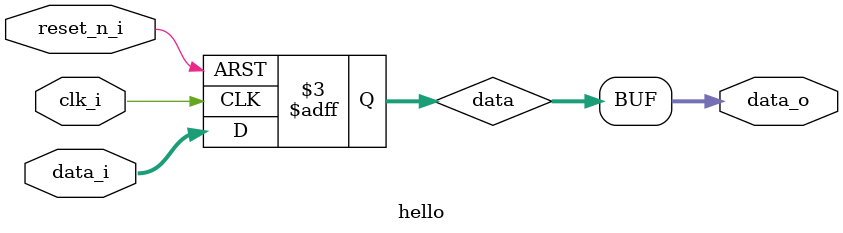
<source format=v>
module hello #(
    parameter DATA_WIDTH = 32
)
(
    input clk_i,
    input reset_n_i,
    input[DATA_WIDTH-1:0] data_i,
    output[DATA_WIDTH-1:0] data_o
);
    reg[DATA_WIDTH-1:0] data;
    assign data_o = data;
    always @(posedge clk_i, negedge reset_n_i) begin
        
        if(reset_n_i == 1'b0) begin
            data <= {DATA_WIDTH{1'b0}};
        end
        else begin
            data <= data_i;
        end
    end
endmodule

</source>
